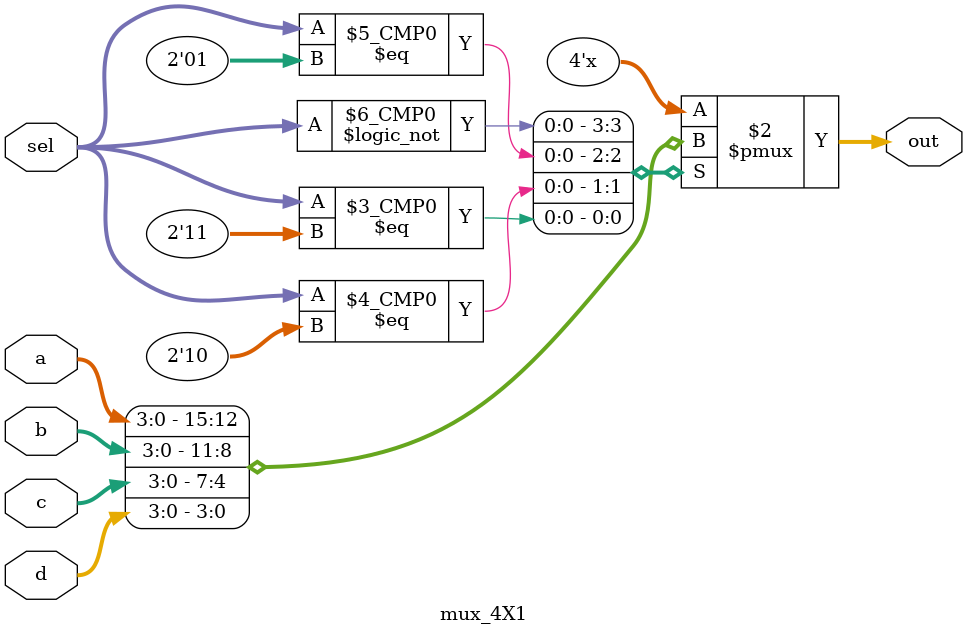
<source format=v>
module mux_4X1( 
		input [3:0] a,                 // 4-bit input called a
                input [3:0] b,                 // 4-bit input called b
                input [3:0] c,                 // 4-bit input called c
                input [3:0] d,                 // 4-bit input called d
                input [1:0] sel,               // input sel used to select between a,b,c,d
                output reg [3:0] out
                );         // 4-bit output based on input sel
 
   // This always block gets executed whenever a/b/c/d/sel changes value
   // When that happens, based on value in sel, output is assigned to either a/b/c/d
   always @ (a or b or c or d or sel) begin
      case (sel)
         2'b00 : out <= a;
         2'b01 : out <= b;
         2'b10 : out <= c;
         2'b11 : out <= d;
      endcase
   end
endmodule
 

</source>
